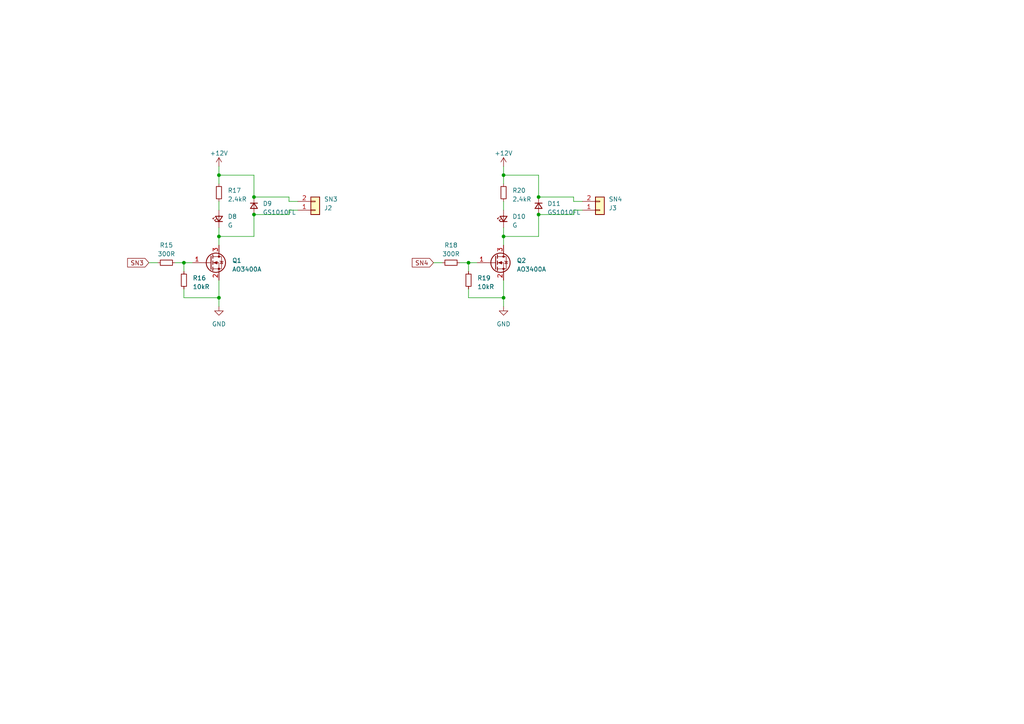
<source format=kicad_sch>
(kicad_sch (version 20250114) (generator "eeschema") (generator_version "9.0")
  (paper "A4")
  (lib_symbols
    (symbol "Connector_Generic:Conn_01x02" (pin_names (offset 1.016) (hide yes))
      (property "Reference" "J" (at 0 2.54 0))
      (property "Value" "Conn_01x02" (at 0 -5.08 0))
      (symbol "Conn_01x02_1_1"
        (rectangle (start -1.27 1.27) (end 1.27 -3.81) (stroke (width 0.254)) (fill (type background)))
        (rectangle (start -1.27 0.127) (end 0 -0.127) (stroke (width 0.1524)))
        (rectangle (start -1.27 -2.413) (end 0 -2.667) (stroke (width 0.1524)))
        (pin passive line (at -5.08 0 0) (length 3.81) (name "Pin_1") (number "1"))
        (pin passive line (at -5.08 -2.54 0) (length 3.81) (name "Pin_2") (number "2"))
      )
    )
    (symbol "Device:D_Small" (pin_numbers (hide yes)) (pin_names (offset 0.254) (hide yes))
      (property "Reference" "D" (at -1.27 2.032 0))
      (property "Value" "D_Small" (at -3.81 -2.032 0))
      (symbol "D_Small_0_1"
        (polyline (pts (xy -0.762 0) (xy 0.762 0)))
        (polyline (pts (xy -0.762 -1.016) (xy -0.762 1.016)) (stroke (width 0.254)))
        (polyline (pts (xy 0.762 -1.016) (xy -0.762 0) (xy 0.762 1.016) (xy 0.762 -1.016)) (stroke (width 0.254)))
      )
      (symbol "D_Small_1_1"
        (pin passive line (at -2.54 0 0) (length 1.778) (name "K") (number "1"))
        (pin passive line (at 2.54 0 180) (length 1.778) (name "A") (number "2"))
      )
    )
    (symbol "Device:LED_Small" (pin_numbers (hide yes)) (pin_names (offset 0.254) (hide yes))
      (property "Reference" "D" (at -1.27 3.175 0))
      (property "Value" "LED_Small" (at -4.445 -2.54 0))
      (symbol "LED_Small_0_1"
        (polyline (pts (xy -0.762 -1.016) (xy -0.762 1.016)) (stroke (width 0.254)))
        (polyline (pts (xy 0 0.762) (xy -0.508 1.27) (xy -0.254 1.27) (xy -0.508 1.27) (xy -0.508 1.016)))
        (polyline (pts (xy 0.508 1.27) (xy 0 1.778) (xy 0.254 1.778) (xy 0 1.778) (xy 0 1.524)))
        (polyline (pts (xy 0.762 -1.016) (xy -0.762 0) (xy 0.762 1.016) (xy 0.762 -1.016)) (stroke (width 0.254)))
        (polyline (pts (xy 1.016 0) (xy -0.762 0)))
      )
      (symbol "LED_Small_1_1"
        (pin passive line (at -2.54 0 0) (length 1.778) (name "K") (number "1"))
        (pin passive line (at 2.54 0 180) (length 1.778) (name "A") (number "2"))
      )
    )
    (symbol "Device:R_Small" (pin_numbers (hide yes)) (pin_names (offset 0.254) (hide yes))
      (property "Reference" "R" (at 0.762 0.508 0))
      (property "Value" "R_Small" (at 0.762 -1.016 0))
      (symbol "R_Small_0_1"
        (rectangle (start -0.762 1.778) (end 0.762 -1.778) (stroke (width 0.2032)))
      )
      (symbol "R_Small_1_1"
        (pin passive line (at 0 2.54 270) (length 0.762) (name "~") (number "1"))
        (pin passive line (at 0 -2.54 90) (length 0.762) (name "~") (number "2"))
      )
    )
    (symbol "Transistor_FET:AO3400A" (pin_names (hide yes))
      (property "Reference" "Q" (at 5.08 1.905 0))
      (property "Value" "AO3400A" (at 5.08 0 0))
      (symbol "AO3400A_0_1"
        (polyline (pts (xy 0.254 1.905) (xy 0.254 -1.905)) (stroke (width 0.254)))
        (polyline (pts (xy 0.254 0) (xy -2.54 0)))
        (polyline (pts (xy 0.762 2.286) (xy 0.762 1.27)) (stroke (width 0.254)))
        (polyline (pts (xy 0.762 0.508) (xy 0.762 -0.508)) (stroke (width 0.254)))
        (polyline (pts (xy 0.762 -1.27) (xy 0.762 -2.286)) (stroke (width 0.254)))
        (polyline (pts (xy 0.762 -1.778) (xy 3.302 -1.778) (xy 3.302 1.778) (xy 0.762 1.778)))
        (polyline (pts (xy 1.016 0) (xy 2.032 0.381) (xy 2.032 -0.381) (xy 1.016 0)) (fill (type outline)))
        (circle (center 1.651 0) (radius 2.794) (stroke (width 0.254)))
        (polyline (pts (xy 2.54 2.54) (xy 2.54 1.778)))
        (circle (center 2.54 1.778) (radius 0.254) (fill (type outline)))
        (circle (center 2.54 -1.778) (radius 0.254) (fill (type outline)))
        (polyline (pts (xy 2.54 -2.54) (xy 2.54 0) (xy 0.762 0)))
        (polyline (pts (xy 2.794 0.508) (xy 2.921 0.381) (xy 3.683 0.381) (xy 3.81 0.254)))
        (polyline (pts (xy 3.302 0.381) (xy 2.921 -0.254) (xy 3.683 -0.254) (xy 3.302 0.381)))
      )
      (symbol "AO3400A_1_1"
        (pin input line (at -5.08 0 0) (length 2.54) (name "G") (number "1"))
        (pin passive line (at 2.54 5.08 270) (length 2.54) (name "D") (number "3"))
        (pin passive line (at 2.54 -5.08 90) (length 2.54) (name "S") (number "2"))
      )
    )
    (symbol "power:+12V" (power) (pin_names (offset 0))
      (property "Value" "+12V" (at 0 3.556 0))
      (symbol "+12V_0_1"
        (polyline (pts (xy -0.762 1.27) (xy 0 2.54)))
        (polyline (pts (xy 0 2.54) (xy 0.762 1.27)))
        (polyline (pts (xy 0 0) (xy 0 2.54)))
      )
      (symbol "+12V_1_1"
        (pin power_in line (at 0 0 90) (length 0) (hide yes) (name "+12V") (number "1"))
      )
    )
    (symbol "power:GND" (power) (pin_names (offset 0))
      (property "Value" "GND" (at 0 -3.81 0))
      (symbol "GND_0_1"
        (polyline (pts (xy 0 0) (xy 0 -1.27) (xy 1.27 -1.27) (xy 0 -2.54) (xy -1.27 -1.27) (xy 0 -1.27)))
      )
      (symbol "GND_1_1"
        (pin power_in line (at 0 0 270) (length 0) (hide yes) (name "GND") (number "1"))
      )
    )
  )
  (junction (at 146.05 86.36))
  (junction (at 146.05 50.8))
  (junction (at 63.5 86.36))
  (junction (at 156.21 62.23))
  (junction (at 63.5 50.8))
  (junction (at 63.5 68.58))
  (junction (at 53.34 76.2))
  (junction (at 73.66 57.15))
  (junction (at 135.89 76.2))
  (junction (at 73.66 62.23))
  (junction (at 156.21 57.15))
  (junction (at 146.05 68.58))
  (wire (pts (xy 50.8 76.2) (xy 53.34 76.2)))
  (wire (pts (xy 125.73 76.2) (xy 128.27 76.2)))
  (wire (pts (xy 83.82 60.96) (xy 86.36 60.96)))
  (wire (pts (xy 166.37 57.15) (xy 166.37 58.42)))
  (wire (pts (xy 83.82 57.15) (xy 83.82 58.42)))
  (wire (pts (xy 73.66 62.23) (xy 73.66 68.58)))
  (wire (pts (xy 63.5 81.28) (xy 63.5 86.36)))
  (wire (pts (xy 133.35 76.2) (xy 135.89 76.2)))
  (wire (pts (xy 83.82 62.23) (xy 73.66 62.23)))
  (wire (pts (xy 156.21 50.8) (xy 156.21 57.15)))
  (wire (pts (xy 63.5 50.8) (xy 63.5 53.34)))
  (wire (pts (xy 83.82 58.42) (xy 86.36 58.42)))
  (wire (pts (xy 83.82 62.23) (xy 83.82 60.96)))
  (wire (pts (xy 146.05 88.9) (xy 146.05 86.36)))
  (wire (pts (xy 53.34 78.74) (xy 53.34 76.2)))
  (wire (pts (xy 156.21 62.23) (xy 156.21 68.58)))
  (wire (pts (xy 146.05 48.26) (xy 146.05 50.8)))
  (wire (pts (xy 53.34 83.82) (xy 53.34 86.36)))
  (wire (pts (xy 135.89 76.2) (xy 138.43 76.2)))
  (wire (pts (xy 53.34 76.2) (xy 55.88 76.2)))
  (wire (pts (xy 73.66 50.8) (xy 73.66 57.15)))
  (wire (pts (xy 63.5 68.58) (xy 63.5 71.12)))
  (wire (pts (xy 146.05 50.8) (xy 156.21 50.8)))
  (wire (pts (xy 73.66 57.15) (xy 83.82 57.15)))
  (wire (pts (xy 63.5 68.58) (xy 73.66 68.58)))
  (wire (pts (xy 135.89 78.74) (xy 135.89 76.2)))
  (wire (pts (xy 146.05 81.28) (xy 146.05 86.36)))
  (wire (pts (xy 146.05 66.04) (xy 146.05 68.58)))
  (wire (pts (xy 135.89 86.36) (xy 146.05 86.36)))
  (wire (pts (xy 146.05 58.42) (xy 146.05 60.96)))
  (wire (pts (xy 166.37 58.42) (xy 168.91 58.42)))
  (wire (pts (xy 146.05 68.58) (xy 156.21 68.58)))
  (wire (pts (xy 166.37 62.23) (xy 166.37 60.96)))
  (wire (pts (xy 146.05 50.8) (xy 146.05 53.34)))
  (wire (pts (xy 166.37 62.23) (xy 156.21 62.23)))
  (wire (pts (xy 63.5 48.26) (xy 63.5 50.8)))
  (wire (pts (xy 63.5 88.9) (xy 63.5 86.36)))
  (wire (pts (xy 146.05 68.58) (xy 146.05 71.12)))
  (wire (pts (xy 135.89 83.82) (xy 135.89 86.36)))
  (wire (pts (xy 53.34 86.36) (xy 63.5 86.36)))
  (wire (pts (xy 63.5 58.42) (xy 63.5 60.96)))
  (wire (pts (xy 156.21 57.15) (xy 166.37 57.15)))
  (wire (pts (xy 166.37 60.96) (xy 168.91 60.96)))
  (wire (pts (xy 63.5 50.8) (xy 73.66 50.8)))
  (wire (pts (xy 43.18 76.2) (xy 45.72 76.2)))
  (wire (pts (xy 63.5 66.04) (xy 63.5 68.58)))
  (global_label "SN4" (shape input) (at 125.73 76.2 180) (property "Intersheetrefs" "${INTERSHEET_REFS}" (effects (hide yes))))
  (global_label "SN3" (shape input) (at 43.18 76.2 180) (property "Intersheetrefs" "${INTERSHEET_REFS}" (effects (hide yes))))
  (symbol (lib_id "Device:LED_Small") (at 146.05 63.5 90) (unit 1)
    (property "Reference" "D10" (at 148.59 62.8015 90) (effects (justify right)))
    (property "Value" "G" (at 148.59 65.3415 90) (effects (justify right)))
    (property "Footprint" "LED_SMD:LED_0603_1608Metric_Pad1.05x0.95mm_HandSolder" (effects (hide yes)))
    (property "Datasheet" "https://akizukidenshi.com/catalog/g/gI-06417/" (effects (hide yes)))
  )
  (symbol (lib_id "Device:R_Small") (at 53.34 81.28 180) (unit 1)
    (property "Reference" "R16" (at 55.88 80.645 0) (effects (justify right)))
    (property "Value" "10kR" (at 55.88 83.185 0) (effects (justify right)))
    (property "Footprint" "Resistor_SMD:R_0603_1608Metric_Pad0.98x0.95mm_HandSolder" (effects (hide yes)))
    (property "Datasheet" "https://www.chip1stop.com/view/dispDetail/DispDetail?partId=ROHM-0021098" (effects (hide yes)))
  )
  (symbol (lib_id "Connector_Generic:Conn_01x02") (at 173.99 60.96 0) (mirror x) (unit 1)
    (property "Reference" "J3" (at 176.53 60.325 0) (effects (justify left)))
    (property "Value" "SN4" (at 176.53 57.785 0) (effects (justify left)))
    (property "Footprint" "Hirose_Connector:Hirose_DF1B" (effects (hide yes)))
    (property "Datasheet" "https://www.hirose.com/ja/product/p/CL0541-0242-6-01" (effects (hide yes)))
  )
  (symbol (lib_id "Transistor_FET:AO3400A") (at 143.51 76.2 0) (unit 1)
    (property "Reference" "Q2" (at 149.86 75.565 0) (effects (justify left)))
    (property "Value" "AO3400A" (at 149.86 78.105 0) (effects (justify left)))
    (property "Footprint" "Package_TO_SOT_SMD:SOT-23" (effects (hide yes)))
    (property "Datasheet" "https://akizukidenshi.com/catalog/g/gI-14653/" (effects (hide yes)))
  )
  (symbol (lib_id "Device:R_Small") (at 63.5 55.88 0) (unit 1)
    (property "Reference" "R17" (at 66.04 55.245 0) (effects (justify left)))
    (property "Value" "2.4kR" (at 66.04 57.785 0) (effects (justify left)))
    (property "Footprint" "Resistor_SMD:R_0603_1608Metric_Pad0.98x0.95mm_HandSolder" (effects (hide yes)))
    (property "Datasheet" "https://akizukidenshi.com/catalog/g/gI-03978/" (effects (hide yes)))
  )
  (symbol (lib_id "power:GND") (at 63.5 88.9 0) (mirror y) (unit 1)
    (property "Reference" "#PWR033" (effects (hide yes)))
    (property "Value" "GND" (at 63.5 93.98 0))
  )
  (symbol (lib_id "power:+12V") (at 63.5 48.26 0) (unit 1)
    (property "Reference" "#PWR032" (effects (hide yes)))
    (property "Value" "+12V" (at 63.5 44.45 0))
  )
  (symbol (lib_id "Connector_Generic:Conn_01x02") (at 91.44 60.96 0) (mirror x) (unit 1)
    (property "Reference" "J2" (at 93.98 60.325 0) (effects (justify left)))
    (property "Value" "SN3" (at 93.98 57.785 0) (effects (justify left)))
    (property "Footprint" "Hirose_Connector:Hirose_DF1B" (effects (hide yes)))
    (property "Datasheet" "https://www.hirose.com/ja/product/p/CL0541-0242-6-01" (effects (hide yes)))
  )
  (symbol (lib_id "Device:R_Small") (at 135.89 81.28 180) (unit 1)
    (property "Reference" "R19" (at 138.43 80.645 0) (effects (justify right)))
    (property "Value" "10kR" (at 138.43 83.185 0) (effects (justify right)))
    (property "Footprint" "Resistor_SMD:R_0603_1608Metric_Pad0.98x0.95mm_HandSolder" (effects (hide yes)))
    (property "Datasheet" "https://www.chip1stop.com/view/dispDetail/DispDetail?partId=ROHM-0021098" (effects (hide yes)))
  )
  (symbol (lib_id "Device:R_Small") (at 48.26 76.2 90) (unit 1)
    (property "Reference" "R15" (at 48.26 71.12 90))
    (property "Value" "300R" (at 48.26 73.66 90))
    (property "Footprint" "Resistor_SMD:R_0603_1608Metric_Pad0.98x0.95mm_HandSolder" (effects (hide yes)))
    (property "Datasheet" "https://www.chip1stop.com/view/dispDetail/DispDetail?partId=ROHM-0040146" (effects (hide yes)))
  )
  (symbol (lib_id "Transistor_FET:AO3400A") (at 60.96 76.2 0) (unit 1)
    (property "Reference" "Q1" (at 67.31 75.565 0) (effects (justify left)))
    (property "Value" "AO3400A" (at 67.31 78.105 0) (effects (justify left)))
    (property "Footprint" "Package_TO_SOT_SMD:SOT-23" (effects (hide yes)))
    (property "Datasheet" "https://akizukidenshi.com/catalog/g/gI-14653/" (effects (hide yes)))
  )
  (symbol (lib_id "Device:R_Small") (at 146.05 55.88 0) (unit 1)
    (property "Reference" "R20" (at 148.59 55.245 0) (effects (justify left)))
    (property "Value" "2.4kR" (at 148.59 57.785 0) (effects (justify left)))
    (property "Footprint" "Resistor_SMD:R_0603_1608Metric_Pad0.98x0.95mm_HandSolder" (effects (hide yes)))
    (property "Datasheet" "https://akizukidenshi.com/catalog/g/gI-03978/" (effects (hide yes)))
  )
  (symbol (lib_id "power:+12V") (at 146.05 48.26 0) (unit 1)
    (property "Reference" "#PWR034" (effects (hide yes)))
    (property "Value" "+12V" (at 146.05 44.45 0))
  )
  (symbol (lib_id "Device:D_Small") (at 73.66 59.69 270) (unit 1)
    (property "Reference" "D9" (at 76.2 59.055 90) (effects (justify left)))
    (property "Value" "GS1010FL" (at 76.2 61.595 90) (effects (justify left)))
    (property "Footprint" "Diode_SMD:D_SOD-123F" (effects (hide yes)))
    (property "Datasheet" "https://akizukidenshi.com/catalog/g/gI-06014/" (effects (hide yes)))
    (property "Sim.Device" "D" (effects (hide yes)))
    (property "Sim.Pins" "1=K 2=A" (effects (hide yes)))
  )
  (symbol (lib_id "Device:LED_Small") (at 63.5 63.5 90) (unit 1)
    (property "Reference" "D8" (at 66.04 62.8015 90) (effects (justify right)))
    (property "Value" "G" (at 66.04 65.3415 90) (effects (justify right)))
    (property "Footprint" "LED_SMD:LED_0603_1608Metric_Pad1.05x0.95mm_HandSolder" (effects (hide yes)))
    (property "Datasheet" "https://akizukidenshi.com/catalog/g/gI-06417/" (effects (hide yes)))
  )
  (symbol (lib_id "Device:D_Small") (at 156.21 59.69 270) (unit 1)
    (property "Reference" "D11" (at 158.75 59.055 90) (effects (justify left)))
    (property "Value" "GS1010FL" (at 158.75 61.595 90) (effects (justify left)))
    (property "Footprint" "Diode_SMD:D_SOD-123F" (effects (hide yes)))
    (property "Datasheet" "https://akizukidenshi.com/catalog/g/gI-06014/" (effects (hide yes)))
    (property "Sim.Device" "D" (effects (hide yes)))
    (property "Sim.Pins" "1=K 2=A" (effects (hide yes)))
  )
  (symbol (lib_id "Device:R_Small") (at 130.81 76.2 90) (unit 1)
    (property "Reference" "R18" (at 130.81 71.12 90))
    (property "Value" "300R" (at 130.81 73.66 90))
    (property "Footprint" "Resistor_SMD:R_0603_1608Metric_Pad0.98x0.95mm_HandSolder" (effects (hide yes)))
    (property "Datasheet" "https://www.chip1stop.com/view/dispDetail/DispDetail?partId=ROHM-0040146" (effects (hide yes)))
  )
  (symbol (lib_id "power:GND") (at 146.05 88.9 0) (mirror y) (unit 1)
    (property "Reference" "#PWR035" (effects (hide yes)))
    (property "Value" "GND" (at 146.05 93.98 0))
  )
)
</source>
